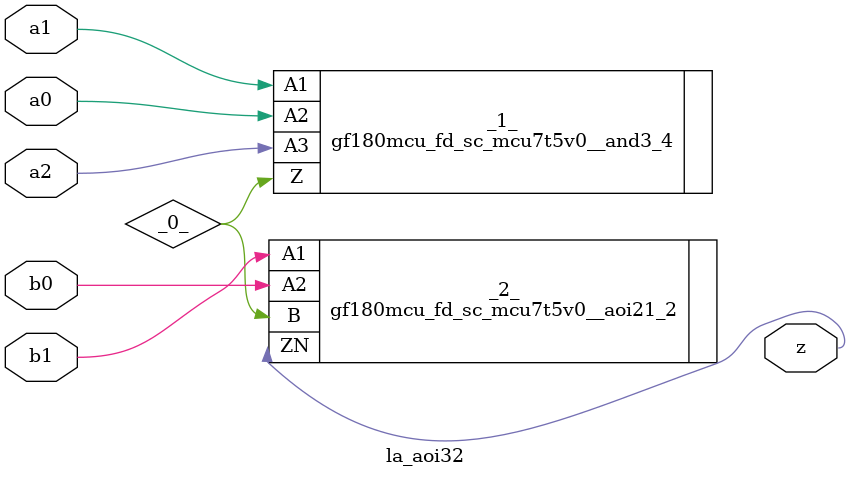
<source format=v>

/* Generated by Yosys 0.44 (git sha1 80ba43d26, g++ 11.4.0-1ubuntu1~22.04 -fPIC -O3) */

(* top =  1  *)
(* src = "generated" *)
module la_aoi32 (
    a0,
    a1,
    a2,
    b0,
    b1,
    z
);
  wire _0_;
  (* src = "generated" *)
  input a0;
  wire a0;
  (* src = "generated" *)
  input a1;
  wire a1;
  (* src = "generated" *)
  input a2;
  wire a2;
  (* src = "generated" *)
  input b0;
  wire b0;
  (* src = "generated" *)
  input b1;
  wire b1;
  (* src = "generated" *)
  output z;
  wire z;
  gf180mcu_fd_sc_mcu7t5v0__and3_4 _1_ (
      .A1(a1),
      .A2(a0),
      .A3(a2),
      .Z (_0_)
  );
  gf180mcu_fd_sc_mcu7t5v0__aoi21_2 _2_ (
      .A1(b1),
      .A2(b0),
      .B (_0_),
      .ZN(z)
  );
endmodule

</source>
